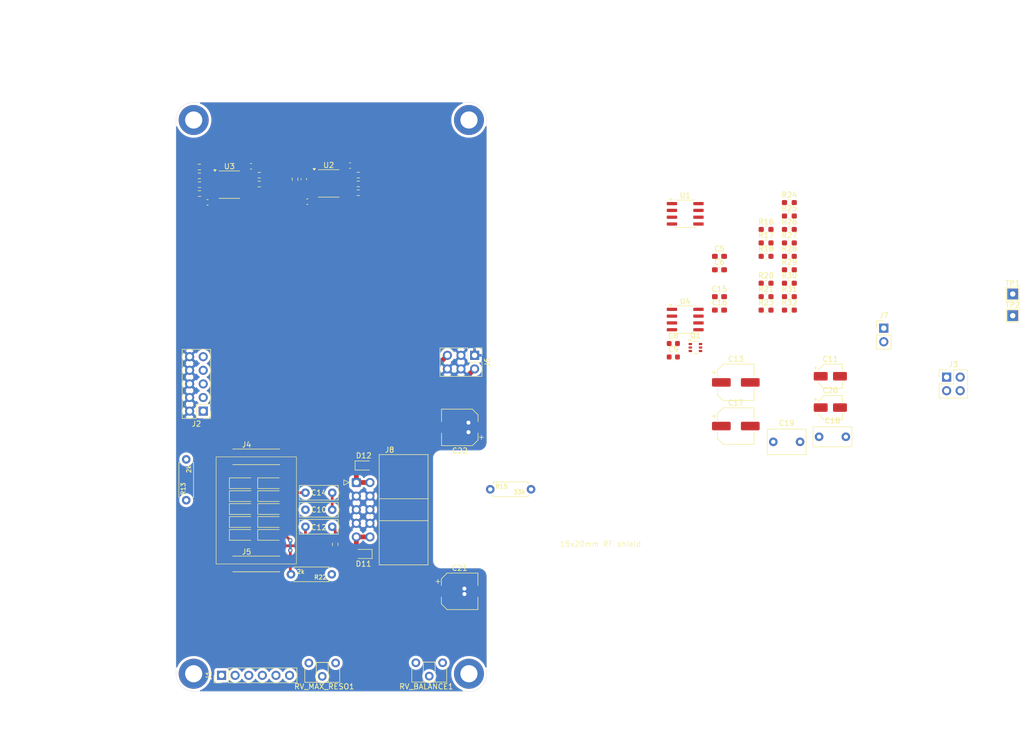
<source format=kicad_pcb>
(kicad_pcb (version 20241229) (generator "pcbnew") (generator_version "9.0")
  (layers (0 "F.Cu" signal) (2 "B.Cu" signal) (13 "F.Paste" user) (15 "B.Paste" user) (5 "F.SilkS" user "F.Silkscreen") (7 "B.SilkS" user "B.Silkscreen") (1 "F.Mask" user) (3 "B.Mask" user) (25 "Edge.Cuts" user))
  (net 0 "")
  (net 1 "GND")
  (net 2 "+12V")
  (net 3 "-12V")
  (net 4 "Net-(C7-Pad1)")
  (net 5 "CUTOFF")
  (net 6 "Net-(C10-Pad2)")
  (net 7 "Net-(D3-A)")
  (net 8 "Net-(C11-Pad2)")
  (net 9 "Net-(C11-Pad1)")
  (net 10 "Net-(D5-A)")
  (net 11 "Net-(C12-Pad2)")
  (net 12 "Net-(C13-Pad1)")
  (net 13 "Net-(D7-A)")
  (net 14 "Net-(D6-A)")
  (net 15 "Net-(C15-Pad1)")
  (net 16 "Net-(U4A-+)")
  (net 17 "Net-(C19-Pad1)")
  (net 18 "Net-(C19-Pad2)")
  (net 19 "Net-(C20-Pad1)")
  (net 20 "RESO_IN")
  (net 21 "Net-(D1-K)")
  (net 22 "Net-(D1-A)")
  (net 23 "Net-(D2-A)")
  (net 24 "Net-(D4-A)")
  (net 25 "Net-(D8-A)")
  (net 26 "Net-(D10-K)")
  (net 27 "Net-(D10-A)")
  (net 28 "Net-(D11-A)")
  (net 29 "Net-(D12-K)")
  (net 37 "HP")
  (net 38 "OUT")
  (net 39 "LP")
  (net 40 "RESO_OUT")
  (net 41 "Net-(Q1A-B1)")
  (net 42 "Net-(Q1A-E1)")
  (net 43 "Net-(U3B--)")
  (net 44 "Net-(R15-Pad1)")
  (net 45 "Net-(U3A--)")
  (net 46 "Net-(R8-Pad1)")
  (net 47 "Net-(U2B--)")
  (net 48 "Net-(R13-Pad1)")
  (net 49 "Net-(R22-Pad1)")
  (net 50 "Net-(U1A--)")
  (net 51 "Net-(U4A--)")
  (net 52 "Net-(U1A-+)")
  (net 53 "Net-(U4B--)")
  (net 54 "Net-(R31-Pad1)")
  (net 55 "Net-(U1B--)")
  (footprint "Package_SO:SOIC-8_3.9x4.9mm_P1.27mm" (layer "F.Cu") (at 152.513 59.1445)
    (property "Reference" "U2")
    (property "Value" "TL072")
  )
  (footprint "Potentiometer_THT:Potentiometer_ACP_CA6-H2,5_Horizontal" (layer "F.Cu") (at 173.784 148.648 -90)
    (property "Reference" "RV_BALANCE1")
    (property "Value" "1k")
  )
  (footprint "Resistor_SMD:R_0603_1608Metric_Pad0.98x0.95mm_HandSolder" (layer "F.Cu") (at 234.181 72.758)
    (property "Reference" "R18")
    (property "Value" "1k")
  )
  (footprint "Resistor_SMD:R_0603_1608Metric_Pad0.98x0.95mm_HandSolder" (layer "F.Cu") (at 139.5375 59.257)
    (property "Reference" "R1")
    (property "Value" "10k")
  )
  (footprint "Resistor_SMD:R_0603_1608Metric_Pad0.98x0.95mm_HandSolder" (layer "F.Cu") (at 238.531 77.778)
    (property "Reference" "R30")
    (property "Value" "100k")
  )
  (footprint "Connector_PinHeader_2.54mm:PinHeader_2x05_P2.54mm_Vertical" (layer "F.Cu") (at 129.08 101.658 180)
    (property "Reference" "J2")
    (property "Value" "Conn_02x05_Odd_Even")
  )
  (footprint "Capacitor_THT:C_Rect_L7.0mm_W2.5mm_P5.00mm" (layer "F.Cu") (at 148.17 116.898)
    (property "Reference" "C14")
    (property "Value" "1n (Foil)")
  )
  (footprint "Capacitor_SMD:CP_Elec_6.3x7.7" (layer "F.Cu") (at 228.531 96.298)
    (property "Reference" "C13")
    (property "Value" "100u")
  )
  (footprint "Resistor_SMD:R_0603_1608Metric_Pad0.98x0.95mm_HandSolder" (layer "F.Cu") (at 128.385 59.384)
    (property "Reference" "R8")
    (property "Value" "10k")
  )
  (footprint "Connector_PinHeader_2.54mm:PinHeader_2x03_P2.54mm_Vertical" (layer "F.Cu") (at 179.753 91.244 -90)
    (property "Reference" "J6")
    (property "Value" "Conn_02x03_Odd_Even")
  )
  (footprint "Diode_SMD:D_SOD-123" (layer "F.Cu") (at 136.322424 119.946)
    (property "Reference" "D3")
    (property "Value" "1N4148")
  )
  (footprint "Resistor_SMD:R_0603_1608Metric_Pad0.98x0.95mm_HandSolder" (layer "F.Cu") (at 238.531 62.718)
    (property "Reference" "R24")
    (property "Value" "1M")
  )
  (footprint "Resistor_SMD:R_0603_1608Metric_Pad0.98x0.95mm_HandSolder" (layer "F.Cu") (at 238.531 65.228)
    (property "Reference" "R25")
    (property "Value" "22k")
  )
  (footprint "Diode_SMD:D_SOD-123" (layer "F.Cu") (at 141.619585 119.946)
    (property "Reference" "D8")
    (property "Value" "1N4148")
  )
  (footprint "Resistor_SMD:R_0603_1608Metric_Pad0.98x0.95mm_HandSolder" (layer "F.Cu") (at 158.0325 60.8855)
    (property "Reference" "R10")
    (property "Value" "200k")
  )
  (footprint "MountingHole:MountingHole_3.2mm_M3_DIN965_Pad" (layer "F.Cu") (at 178.7 150.7)
    (property "Reference" "H2")
    (property "Value" "MountingHole")
  )
  (footprint "Resistor_SMD:R_0603_1608Metric_Pad0.98x0.95mm_HandSolder" (layer "F.Cu") (at 158.0325 59.2345)
    (property "Reference" "R12")
    (property "Value" "2.7k")
  )
  (footprint "Diode_SMD:D_SOD-123" (layer "F.Cu") (at 141.618585 117.533)
    (property "Reference" "D7")
    (property "Value" "1N4148")
  )
  (footprint "Resistor_SMD:R_0603_1608Metric_Pad0.98x0.95mm_HandSolder" (layer "F.Cu") (at 139.5375 57.606)
    (property "Reference" "R4")
    (property "Value" "10k")
  )
  (footprint "Capacitor_THT:C_Rect_L7.0mm_W4.5mm_P5.00mm" (layer "F.Cu") (at 235.531 107.398)
    (property "Reference" "C19")
    (property "Value" "1u (Foil)")
  )
  (footprint "Capacitor_THT:C_Rect_L7.0mm_W2.5mm_P5.00mm" (layer "F.Cu") (at 148.17 123.248)
    (property "Reference" "C12")
    (property "Value" "1n (Foil)")
  )
  (footprint "Capacitor_THT:C_Rect_L7.0mm_W3.5mm_P5.00mm" (layer "F.Cu") (at 244.081 106.448)
    (property "Reference" "C18")
    (property "Value" "470n (foil)")
  )
  (footprint "Resistor_SMD:R_0603_1608Metric_Pad0.98x0.95mm_HandSolder" (layer "F.Cu") (at 234.181 70.248)
    (property "Reference" "R17")
    (property "Value" "390")
  )
  (footprint "Connector_PinHeader_2.54mm:PinHeader_1x06_P2.54mm_Vertical" (layer "F.Cu") (at 132.5 151 90)
    (property "Reference" "J1")
    (property "Value" "Conn_01x06")
  )
  (footprint "Capacitor_SMD:C_0603_1608Metric" (layer "F.Cu") (at 216.861 89.038)
    (property "Reference" "C8")
    (property "Value" "100n")
  )
  (footprint "Diode_SMD:D_SOD-123" (layer "F.Cu") (at 136.322424 122.359)
    (property "Reference" "D4")
    (property "Value" "1N4148")
  )
  (footprint "Resistor_SMD:R_0603_1608Metric_Pad0.98x0.95mm_HandSolder" (layer "F.Cu") (at 128.385 61.035 180)
    (property "Reference" "R6")
    (property "Value" "10k")
  )
  (footprint "Capacitor_THT:C_Rect_L7.0mm_W2.5mm_P5.00mm" (layer "F.Cu") (at 148.17 120.073)
    (property "Reference" "C10")
    (property "Value" "1n (Foil)")
  )
  (footprint "MountingHole:MountingHole_3.2mm_M3_DIN965_Pad" (layer "F.Cu") (at 127.3 47.3)
    (property "Reference" "H1")
    (property "Value" "MountingHole")
  )
  (footprint "Diode_SMD:D_SOD-123" (layer "F.Cu") (at 136.322424 117.533)
    (property "Reference" "D2")
    (property "Value" "1N4148")
  )
  (footprint "Shmoergh_Custom_Footprints:HARWIN_S1711-46R" (layer "F.Cu") (at 138.986 110.2)
    (property "Reference" "J4")
    (property "Value" "S1711-46R")
  )
  (footprint "Diode_SMD:D_SOD-123" (layer "F.Cu") (at 141.619585 115.12)
    (property "Reference" "D6")
    (property "Value" "1N4148")
  )
  (footprint "Capacitor_SMD:C_0603_1608Metric_Pad1.08x0.95mm_HandSolder" (layer "F.Cu") (at 148.5075 62.5365)
    (property "Reference" "C4")
    (property "Value" "100n")
  )
  (footprint "Resistor_SMD:R_0603_1608Metric_Pad0.98x0.95mm_HandSolder" (layer "F.Cu") (at 238.531 72.758)
    (property "Reference" "R28")
    (property "Value" "220k")
  )
  (footprint "Shmoergh_Custom_Footprints:R_Axial_DIN0207_L6.3mm_D2.5mm_P7.62mm_Horizontal" (layer "F.Cu") (at 153.083 132.138 180)
    (property "Reference" "R22")
    (property "Value" "2k")
  )
  (footprint "Capacitor_SMD:CP_Elec_6.3x7.7" (layer "F.Cu") (at 176.959 135.313)
    (property "Reference" "C21")
    (property "Value" "100u")
  )
  (footprint "Capacitor_SMD:C_0603_1608Metric_Pad1.08x0.95mm_HandSolder" (layer "F.Cu") (at 225.481 72.758)
    (property "Reference" "C5")
    (property "Value" "100n")
  )
  (footprint "Shmoergh_Custom_Footprints:HARWIN_S1711-46R" (layer "F.Cu") (at 138.986 130.2)
    (property "Reference" "J5")
    (property "Value" "S1711-46R")
  )
  (footprint "Capacitor_SMD:C_0603_1608Metric_Pad1.08x0.95mm_HandSolder" (layer "F.Cu") (at 156.5085 55.8055)
    (property "Reference" "C3")
    (property "Value" "100n")
  )
  (footprint "Package_SO:SOIC-8_3.9x4.9mm_P1.27mm" (layer "F.Cu") (at 219.081 84.558)
    (property "Reference" "U4")
    (property "Value" "TL072")
  )
  (footprint "Shmoergh_Custom_Footprints:R_Axial_DIN0207_L6.3mm_D2.5mm_P7.62mm_Horizontal" (layer "F.Cu") (at 125.905 118.295 90)
    (property "Reference" "R13")
    (property "Value" "2k")
  )
  (footprint "TestPoint:TestPoint_THTPad_2.0x2.0mm_Drill1.0mm" (layer "F.Cu") (at 280.241 79.788)
    (property "Reference" "TP1")
    (property "Value" "12V")
  )
  (footprint "Package_SO:SOIC-8_3.9x4.9mm_P1.27mm" (layer "F.Cu") (at 133.971 59.367)
    (property "Reference" "U3")
    (property "Value" "TL072")
  )
  (footprint "Resistor_SMD:R_0603_1608Metric_Pad0.98x0.95mm_HandSolder" (layer "F.Cu") (at 238.531 80.288)
    (property "Reference" "R31")
    (property "Value" "100k")
  )
  (footprint "Resistor_SMD:R_0603_1608Metric_Pad0.98x0.95mm_HandSolder" (layer "F.Cu") (at 234.181 67.738)
    (property "Reference" "R16")
    (property "Value" "100")
  )
  (footprint "Diode_SMD:D_SOD-123" (layer "F.Cu") (at 141.619585 122.359)
    (property "Reference" "D9")
    (property "Value" "1N4148")
  )
  (footprint "Connector_PinHeader_2.54mm:PinHeader_2x02_P2.54mm_Vertical" (layer "F.Cu") (at 267.891 95.308)
    (property "Reference" "J3")
    (property "Value" "Conn_02x02_Counter_Clockwise")
  )
  (footprint "Resistor_SMD:R_0603_1608Metric_Pad0.98x0.95mm_HandSolder" (layer "F.Cu") (at 238.531 67.738)
    (property "Reference" "R26")
    (property "Value" "47k")
  )
  (footprint "Package_TO_SOT_SMD:SOT-363_SC-70-6" (layer "F.Cu") (at 220.991 89.783)
    (property "Reference" "Q1")
    (property "Value" "BC847BS")
  )
  (footprint "Diode_SMD:D_SOD-123" (layer "F.Cu") (at 136.322424 115.12)
    (property "Reference" "D1")
    (property "Value" "1N4148")
  )
  (footprint "Resistor_SMD:R_0603_1608Metric_Pad0.98x0.95mm_HandSolder" (layer "F.Cu") (at 153.718 126.55 -90)
    (property "Reference" "R19")
    (property "Value" "1k")
  )
  (footprint "Resistor_SMD:R_0603_1608Metric_Pad0.98x0.95mm_HandSolder" (layer "F.Cu") (at 128.3615 57.733)
    (property "Reference" "R9")
    (property "Value" "47k")
  )
  (footprint "Resistor_SMD:R_0603_1608Metric_Pad0.98x0.95mm_HandSolder" (layer "F.Cu") (at 238.531 75.268)
    (property "Reference" "R29")
    (property "Value" "10k")
  )
  (footprint "Capacitor_SMD:C_0603_1608Metric_Pad1.08x0.95mm_HandSolder" (layer "F.Cu") (at 225.481 82.798)
    (property "Reference" "C16")
    (property "Value" "100n")
  )
  (footprint "Capacitor_SMD:C_0603_1608Metric_Pad1.08x0.95mm_HandSolder" (layer "F.Cu") (at 147.8725 58.3455 -90)
    (property "Reference" "C7")
    (property "Value" "10n")
  )
  (footprint "Connector_PinHeader_2.54mm:PinHeader_1x02_P2.54mm_Vertical" (layer "F.Cu") (at 256.161 86.168)
    (property "Reference" "J7")
    (property "Value" "Conn_01x02")
  )
  (footprint "MountingHole:MountingHole_3.2mm_M3_DIN965_Pad" (layer "F.Cu") (at 178.7 47.3)
    (property "Reference" "H4")
    (property "Value" "MountingHole")
  )
  (footprint "Package_SO:SOIC-8_3.9x4.9mm_P1.27mm" (layer "F.Cu") (at 219.081 64.818)
    (property "Reference" "U1")
    (property "Value" "TL072")
  )
  (footprint "Capacitor_SMD:C_0603_1608Metric_Pad1.08x0.95mm_HandSolder" (layer "F.Cu") (at 225.481 80.288)
    (property "Reference" "C15")
    (property "Value" "100n")
  )
  (footprint "Resistor_SMD:R_0603_1608Metric_Pad0.98x0.95mm_HandSolder" (layer "F.Cu") (at 128.3615 56.082)
    (property "Reference" "R11")
    (property "Value" "180k")
  )
  (footprint "Diode_SMD:D_SOD-123" (layer "F.Cu") (at 141.619585 124.772)
    (property "Reference" "D10")
    (property "Value" "1N4148")
  )
  (footprint "Diode_SMD:D_SOD-123" (layer "F.Cu") (at 136.322424 124.772)
    (property "Reference" "D5")
    (property "Value" "1N4148")
  )
  (footprint "Capacitor_SMD:CP_Elec_4x5.4" (layer "F.Cu") (at 246.181 95.148)
    (property "Reference" "C11")
    (property "Value" "2.2u")
  )
  (footprint "Resistor_SMD:R_0603_1608Metric_Pad0.98x0.95mm_HandSolder" (layer "F.Cu") (at 238.531 82.798)
    (property "Reference" "R32")
    (property "Value" "1k")
  )
  (footprint "Shmoergh_Custom_Footprints:R_Axial_DIN0207_L6.3mm_D2.5mm_P7.62mm_Horizontal" (layer "F.Cu") (at 182.674 116.263)
    (property "Reference" "R15")
    (property "Value" "33k")
  )
  (footprint "Connector_IDC:IDC-Header_2x05_P2.54mm_Horizontal" (layer "F.Cu") (at 157.6725 114.993)
    (property "Reference" "J8")
    (property "Value" "Conn_02x05_Odd_Even")
  )
  (footprint "MountingHole:MountingHole_3.2mm_M3_DIN965_Pad" (layer "F.Cu") (at 127.3 150.7)
    (property "Reference" "H3")
    (property "Value" "MountingHole")
  )
  (footprint "Capacitor_SMD:CP_Elec_6.3x7.7" (layer "F.Cu") (at 176.992 104.706 180)
    (property "Reference" "C22")
    (property "Value" "100u")
  )
  (footprint "Resistor_SMD:R_0603_1608Metric_Pad0.98x0.95mm_HandSolder" (layer "F.Cu") (at 234.181 82.798)
    (property "Reference" "R23")
    (property "Value" "1k")
  )
  (footprint "Resistor_SMD:R_0603_1608Metric_Pad0.98x0.95mm_HandSolder" (layer "F.Cu") (at 158.0325 57.5835)
    (property "Reference" "R14")
    (property "Value" "2.2k")
  )
  (footprint "Diode_SMD:D_SOD-323" (layer "F.Cu") (at 159.052 111.818)
    (property "Reference" "D12")
    (property "Value" "1N5817")
  )
  (footprint "Resistor_SMD:R_0603_1608Metric_Pad0.98x0.95mm_HandSolder" (layer "F.Cu") (at 234.181 77.778)
    (property "Reference" "R20")
    (property "Value" "3.9k")
  )
  (footprint "Potentiometer_THT:Potentiometer_ACP_CA6-H2,5_Horizontal" (layer "F.Cu") (at 153.805 148.688 -90)
    (property "Reference" "RV_MAX_RESO1")
    (property "Value" "100k")
  )
  (footprint "Capacitor_SMD:CP_Elec_4x5.4" (layer "F.Cu") (at 246.181 100.998)
    (property "Reference" "C20")
    (property "Value" "10u")
  )
  (footprint "Resistor_SMD:R_0603_1608Metric_Pad0.98x0.95mm_HandSolder" (layer "F.Cu") (at 146.2215 58.3455 -90)
    (property "Reference" "R7")
    (property "Value" "56k")
  )
  (footprint "Capacitor_SMD:C_0603_1608Metric_Pad1.08x0.95mm_HandSolder" (layer "F.Cu") (at 225.481 75.268)
    (property "Reference" "C6")
    (property "Value" "100n")
  )
  (footprint "Resistor_SMD:R_0603_1608Metric_Pad0.98x0.95mm_HandSolder" (layer "F.Cu") (at 238.531 70.248)
    (property "Reference" "R27")
    (property "Value" "1M")
  )
  (footprint "Capacitor_SMD:CP_Elec_6.3x7.7" (layer "F.Cu") (at 228.531 104.448)
    (property "Reference" "C17")
    (property "Value" "100u")
  )
  (footprint "Capacitor_SMD:C_0603_1608Metric" (layer "F.Cu") (at 216.861 91.548)
    (property "Reference" "C9")
    (property "Value" "100n")
  )
  (footprint "TestPoint:TestPoint_THTPad_2.0x2.0mm_Drill1.0mm" (layer "F.Cu") (at 280.241 83.838)
    (property "Reference" "TP2")
    (property "Value" "-12V")
  )
  (footprint "Resistor_SMD:R_0603_1608Metric_Pad0.98x0.95mm_HandSolder" (layer "F.Cu") (at 234.181 80.288)
    (property "Reference" "R21")
    (property "Value" "200")
  )
  (footprint "Capacitor_SMD:C_0603_1608Metric_Pad1.08x0.95mm_HandSolder" (layer "F.Cu") (at 138.0135 55.955)
    (property "Reference" "C1")
    (property "Value" "100n")
  )
  (footprint "Diode_SMD:D_SOD-323" (layer "F.Cu") (at 159.018 128.328 180)
    (property "Reference" "D11")
    (property "Value" "1N5817")
  )
  (footprint "Capacitor_SMD:C_0603_1608Metric_Pad1.08x0.95mm_HandSolder" (layer "F.Cu") (at 129.8855 62.686)
    (property "Reference" "C2")
    (property "Value" "100n")
  )
  (gr_rect (start 131.486 110.2) (end 146.486 130.2) (stroke (width 0.1)) (fill no) (layer "F.SilkS"))
  (gr_line (start 173.5 109) (end 180.5 109) (stroke (width 0.05)) (layer "Edge.Cuts"))
  (gr_arc (start 178.7 44) (mid 181.033452 44.966548) (end 182 47.3) (stroke (width 0.05)) (layer "Edge.Cuts"))
  (gr_arc (start 172 110.5) (mid 172.43934 109.43934) (end 173.5 109) (stroke (width 0.05)) (layer "Edge.Cuts"))
  (gr_line (start 127.3 44) (end 178.7 44) (stroke (width 0.05)) (layer "Edge.Cuts"))
  (gr_line (start 172 129.5) (end 172 110.5) (stroke (width 0.05)) (layer "Edge.Cuts"))
  (gr_line (start 180.5 131) (end 173.5 131) (stroke (width 0.05)) (layer "Edge.Cuts"))
  (gr_arc (start 127.3 154) (mid 124.966548 153.033452) (end 124 150.7) (stroke (width 0.05)) (layer "Edge.Cuts"))
  (gr_line (start 178.7 154) (end 127.3 154) (stroke (width 0.05)) (layer "Edge.Cuts"))
  (gr_line (start 182 107.5) (end 182 47.3) (stroke (width 0.05)) (layer "Edge.Cuts"))
  (gr_arc (start 124 47.3) (mid 124.966548 44.966548) (end 127.3 44) (stroke (width 0.05)) (layer "Edge.Cuts"))
  (gr_arc (start 182 150.7) (mid 181.033452 153.033452) (end 178.7 154) (stroke (width 0.05)) (layer "Edge.Cuts"))
  (gr_line (start 124 150.7) (end 124 47.3) (stroke (width 0.05)) (layer "Edge.Cuts"))
  (gr_arc (start 180.5 131) (mid 181.56066 131.43934) (end 182 132.5) (stroke (width 0.05)) (layer "Edge.Cuts"))
  (gr_arc (start 173.5 131) (mid 172.43934 130.56066) (end 172 129.5) (stroke (width 0.05)) (layer "Edge.Cuts"))
  (gr_line (start 182 132.5) (end 182 150.7) (stroke (width 0.05)) (layer "Edge.Cuts"))
  (gr_arc (start 182 107.5) (mid 181.56066 108.56066) (end 180.5 109) (stroke (width 0.05)) (layer "Edge.Cuts"))
  (gr_text "15x20mm RF shield" (at 195.628 127.058 0) (layer "F.SilkS") (effects (font (size 1 1) (thickness 0.1)) (justify left bottom)))
  (via (at 177.848 134.805) (size 1.27) (drill 0.75) (layers "F.Cu" "B.Cu") (net 1))
  (via (at 178.61 103.817) (size 1.27) (drill 0.75) (layers "F.Cu" "B.Cu") (net 1))
  (via (at 178.61 105.595) (size 1.27) (drill 0.75) (layers "F.Cu" "B.Cu") (net 1))
  (via (at 177.848 135.821) (size 1.27) (drill 0.75) (layers "F.Cu" "B.Cu") (net 1))
  (segment (start 136.446 57.462) (end 136.446 56.66) (width 0.889) (layer "F.Cu") (net 2))
  (segment (start 176.959 96.578) (end 176.959 106.357) (width 0.889) (layer "F.Cu") (net 2))
  (segment (start 173.403 107.5) (end 168.069 112.834) (width 0.889) (layer "F.Cu") (net 2))
  (segment (start 168.069 128.328) (end 169.339 128.328) (width 0.889) (layer "F.Cu") (net 2))
  (segment (start 176.959 106.357) (end 175.816 107.5) (width 0.889) (layer "F.Cu") (net 2))
  (segment (start 154.988 57.2395) (end 154.988 56.4635) (width 0.889) (layer "F.Cu") (net 2))
  (segment (start 179.753 93.784) (end 176.959 96.578) (width 0.889) (layer "F.Cu") (net 2))
  (segment (start 136.446 56.66) (end 137.151 55.955) (width 0.889) (layer "F.Cu") (net 2))
  (segment (start 160.068 128.328) (end 168.069 128.328) (width 0.889) (layer "F.Cu") (net 2))
  (segment (start 170.736 129.725) (end 170.736 133.789) (width 0.889) (layer "F.Cu") (net 2))
  (segment (start 170.736 133.789) (end 172.26 135.313) (width 0.889) (layer "F.Cu") (net 2))
  (segment (start 169.339 128.328) (end 170.736 129.725) (width 0.889) (layer "F.Cu") (net 2))
  (segment (start 175.816 107.5) (end 173.403 107.5) (width 0.889) (layer "F.Cu") (net 2))
  (segment (start 154.988 56.4635) (end 155.646 55.8055) (width 0.889) (layer "F.Cu") (net 2))
  (segment (start 172.26 135.313) (end 174.259 135.313) (width 0.889) (layer "F.Cu") (net 2))
  (segment (start 168.069 112.834) (end 168.069 128.328) (width 0.889) (layer "F.Cu") (net 2))
  (segment (start 172.133 104.706) (end 172.133 106.103) (width 0.889) (layer "F.Cu") (net 3))
  (segment (start 172.133 106.103) (end 166.418 111.818) (width 0.889) (layer "F.Cu") (net 3))
  (segment (start 130.748 62.02) (end 131.496 61.272) (width 0.889) (layer "F.Cu") (net 3))
  (segment (start 172.133 104.706) (end 174.292 104.706) (width 0.889) (layer "F.Cu") (net 3))
  (segment (start 166.418 111.818) (end 160.102 111.818) (width 0.889) (layer "F.Cu") (net 3))
  (segment (start 150.038 61.8685) (end 149.37 62.5365) (width 0.889) (layer "F.Cu") (net 3))
  (segment (start 130.748 62.686) (end 130.748 62.02) (width 0.889) (layer "F.Cu") (net 3))
  (segment (start 174.673 91.244) (end 172.133 93.784) (width 0.889) (layer "F.Cu") (net 3))
  (segment (start 172.133 93.784) (end 172.133 104.706) (width 0.889) (layer "F.Cu") (net 3))
  (segment (start 150.038 61.0495) (end 150.038 61.8685) (width 0.889) (layer "F.Cu") (net 3))
  (segment (start 146.2215 57.433) (end 147.8225 57.433) (width 0.508) (layer "F.Cu") (net 4))
  (segment (start 150.001 57.2025) (end 150.038 57.2395) (width 0.508) (layer "F.Cu") (net 4))
  (segment (start 147.8725 57.483) (end 148.153 57.2025) (width 0.508) (layer "F.Cu") (net 4))
  (segment (start 147.8225 57.433) (end 147.8725 57.483) (width 0.508) (layer "F.Cu") (net 4))
  (segment (start 148.153 57.2025) (end 150.001 57.2025) (width 0.508) (layer "F.Cu") (net 4))
  (segment (start 147.8725 59.208) (end 148.571 58.5095) (width 0.508) (layer "F.Cu") (net 5))
  (segment (start 146.2215 59.258) (end 147.8225 59.258) (width 0.508) (layer "F.Cu") (net 5))
  (segment (start 147.8225 59.258) (end 147.8725 59.208) (width 0.508) (layer "F.Cu") (net 5))
  (segment (start 148.571 58.5095) (end 150.038 58.5095) (width 0.508) (layer "F.Cu") (net 5))
  (segment (start 153.17 120.073) (end 153.17 116.898) (width 0.508) (layer "F.Cu") (net 6))
  (segment (start 135.559424 122.359) (end 137.972424 119.946) (width 0.508) (layer "F.Cu") (net 7))
  (segment (start 134.672424 122.359) (end 135.559424 122.359) (width 0.508) (layer "F.Cu") (net 7))
  (segment (start 127.449 57.733) (end 127.449 56.082) (width 0.508) (layer "F.Cu") (net 8))
  (segment (start 137.972424 124.522576) (end 138.986 123.509) (width 0.508) (layer "F.Cu") (net 10))
  (segment (start 138.986 123.509) (end 138.986 115.882) (width 0.508) (layer "F.Cu") (net 10))
  (segment (start 137.972424 126.171424) (end 137.972424 124.772) (width 0.508) (layer "F.Cu") (net 10))
  (segment (start 148.17 126.256) (end 147.622 126.804) (width 0.508) (layer "F.Cu") (net 10))
  (segment (start 139.748 115.12) (end 139.969585 115.12) (width 0.508) (layer "F.Cu") (net 10))
  (segment (start 137.972424 124.772) (end 137.972424 124.522576) (width 0.508) (layer "F.Cu") (net 10))
  (segment (start 147.622 126.804) (end 138.605 126.804) (width 0.508) (layer "F.Cu") (net 10))
  (segment (start 148.17 123.248) (end 148.17 126.256) (width 0.508) (layer "F.Cu") (net 10))
  (segment (start 138.986 115.882) (end 139.748 115.12) (width 0.508) (layer "F.Cu") (net 10))
  (segment (start 138.605 126.804) (end 137.972424 126.171424) (width 0.508) (layer "F.Cu") (net 10))
  (segment (start 153.17 123.248) (end 153.718 123.796) (width 0.508) (layer "F.Cu") (net 11))
  (segment (start 153.718 123.796) (end 153.718 125.6375) (width 0.508) (layer "F.Cu") (net 11))
  (segment (start 140.855585 119.946) (end 143.268585 117.533) (width 0.508) (layer "F.Cu") (net 13))
  (segment (start 148.17 116.898) (end 143.903585 116.898) (width 0.508) (layer "F.Cu") (net 13))
  (segment (start 139.969585 119.946) (end 140.855585 119.946) (width 0.508) (layer "F.Cu") (net 13))
  (segment (start 143.903585 116.898) (end 143.268585 117.533) (width 0.508) (layer "F.Cu") (net 13))
  (segment (start 139.968585 117.533) (end 140.856585 117.533) (width 0.508) (layer "F.Cu") (net 14))
  (segment (start 140.856585 117.533) (end 143.269585 115.12) (width 0.508) (layer "F.Cu") (net 14))
  (segment (start 135.559424 117.533) (end 137.972424 115.12) (width 0.508) (layer "F.Cu") (net 22))
  (segment (start 134.672424 117.533) (end 135.559424 117.533) (width 0.508) (layer "F.Cu") (net 22))
  (segment (start 134.672424 119.946) (end 135.559424 119.946) (width 0.508) (layer "F.Cu") (net 23))
  (segment (start 135.559424 119.946) (end 137.972424 117.533) (width 0.508) (layer "F.Cu") (net 23))
  (segment (start 134.672424 124.772) (end 135.559424 124.772) (width 0.508) (layer "F.Cu") (net 24))
  (segment (start 135.559424 124.772) (end 137.972424 122.359) (width 0.508) (layer "F.Cu") (net 24))
  (segment (start 139.969585 122.359) (end 140.856585 122.359) (width 0.508) (layer "F.Cu") (net 25))
  (segment (start 140.856585 122.359) (end 143.269585 119.946) (width 0.508) (layer "F.Cu") (net 25))
  (segment (start 139.969585 124.772) (end 140.856585 124.772) (width 0.508) (layer "F.Cu") (net 26))
  (segment (start 140.856585 124.772) (end 143.269585 122.359) (width 0.508) (layer "F.Cu") (net 26))
  (segment (start 145.336 127.658) (end 145.336 132.011) (width 0.508) (layer "F.Cu") (net 27))
  (segment (start 145.336 132.011) (end 145.463 132.138) (width 0.508) (layer "F.Cu") (net 27))
  (segment (start 143.269585 124.772) (end 144.32 124.772) (width 0.508) (layer "F.Cu") (net 27))
  (segment (start 144.32 124.772) (end 145.336 125.788) (width 0.508) (layer "F.Cu") (net 27))
  (via (at 145.336 125.788) (size 0.8) (drill 0.4) (layers "F.Cu" "B.Cu") (net 27))
  (via (at 145.336 127.658) (size 0.8) (drill 0.4) (layers "F.Cu" "B.Cu") (net 27))
  (segment (start 145.336 125.788) (end 145.336 127.658) (width 0.508) (layer "B.Cu") (net 27))
  (segment (start 160.2125 125.153) (end 157.6725 125.153) (width 0.889) (layer "F.Cu") (net 28))
  (segment (start 157.6725 125.153) (end 157.6725 128.0325) (width 0.889) (layer "F.Cu") (net 28))
  (segment (start 157.6725 128.0325) (end 157.968 128.328) (width 0.889) (layer "F.Cu") (net 28))
  (segment (start 157.6725 112.1475) (end 158.002 111.818) (width 0.889) (layer "F.Cu") (net 29))
  (segment (start 160.2125 114.993) (end 157.6725 114.993) (width 0.889) (layer "F.Cu") (net 29))
  (segment (start 157.6725 114.993) (end 157.6725 112.1475) (width 0.889) (layer "F.Cu") (net 29))
  (segment (start 157.12 58.3455) (end 157.12 57.5835) (width 0.508) (layer "F.Cu") (net 41))
  (segment (start 154.988 58.5095) (end 156.956 58.5095) (width 0.508) (layer "F.Cu") (net 41))
  (segment (start 157.12 59.2345) (end 157.12 58.3455) (width 0.508) (layer "F.Cu") (net 41))
  (segment (start 156.956 58.5095) (end 157.12 58.3455) (width 0.508) (layer "F.Cu") (net 41))
  (segment (start 138.625 59.257) (end 138.799 59.257) (width 0.508) (layer "F.Cu") (net 43))
  (segment (start 137.88 60.002) (end 138.625 59.257) (width 0.508) (layer "F.Cu") (net 43))
  (segment (start 138.799 59.257) (end 140.45 57.606) (width 0.508) (layer "F.Cu") (net 43))
  (segment (start 136.446 60.002) (end 137.88 60.002) (width 0.508) (layer "F.Cu") (net 43))
  (segment (start 136.446 58.732) (end 137.499 58.732) (width 0.508) (layer "F.Cu") (net 44))
  (segment (start 137.499 58.732) (end 138.625 57.606) (width 0.508) (layer "F.Cu") (net 44))
  (segment (start 129.2975 59.384) (end 129.9495 58.732) (width 0.508) (layer "F.Cu") (net 45))
  (segment (start 129.2975 61.035) (end 129.2975 59.384) (width 0.508) (layer "F.Cu") (net 45))
  (segment (start 129.9495 58.732) (end 131.496 58.732) (width 0.508) (layer "F.Cu") (net 45))
  (segment (start 131.479 57.479) (end 131.496 57.462) (width 0.508) (layer "F.Cu") (net 46))
  (segment (start 127.623 59.384) (end 129.274 57.733) (width 0.508) (layer "F.Cu") (net 46))
  (segment (start 127.4725 59.384) (end 127.623 59.384) (width 0.508) (layer "F.Cu") (net 46))
  (segment (start 129.528 57.479) (end 131.479 57.479) (width 0.508) (layer "F.Cu") (net 46))
  (segment (start 129.274 57.733) (end 129.528 57.479) (width 0.508) (layer "F.Cu") (net 46))
  (segment (start 157.294 60.8855) (end 158.945 59.2345) (width 0.508) (layer "F.Cu") (net 47))
  (segment (start 156.014 59.7795) (end 157.12 60.8855) (width 0.508) (layer "F.Cu") (net 47))
  (segment (start 154.988 59.7795) (end 156.014 59.7795) (width 0.508) (layer "F.Cu") (net 47))
  (segment (start 157.12 60.8855) (end 157.294 60.8855) (width 0.508) (layer "F.Cu") (net 47))
  (zone (net 1) (net_name "GND") (layer "B.Cu") (connect_pads (clearance 0.5)) (min_thickness 0.25) (fill yes (thermal_gap 0.5) (thermal_bridge_width 0.5) (island_removal_mode 2) (island_area_min 4))
    (polygon (pts (xy 182 44) (xy 182 154) (xy 124 154) (xy 124 44)))
  )
)
</source>
